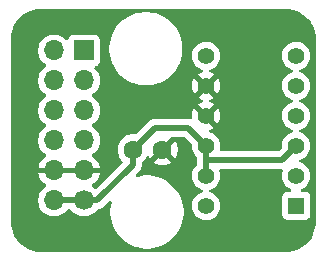
<source format=gbr>
%TF.GenerationSoftware,KiCad,Pcbnew,9.0.0*%
%TF.CreationDate,2025-09-30T20:54:45+02:00*%
%TF.ProjectId,hcms_pmod,68636d73-5f70-46d6-9f64-2e6b69636164,rev?*%
%TF.SameCoordinates,Original*%
%TF.FileFunction,Copper,L2,Bot*%
%TF.FilePolarity,Positive*%
%FSLAX46Y46*%
G04 Gerber Fmt 4.6, Leading zero omitted, Abs format (unit mm)*
G04 Created by KiCad (PCBNEW 9.0.0) date 2025-09-30 20:54:45*
%MOMM*%
%LPD*%
G01*
G04 APERTURE LIST*
%TA.AperFunction,ComponentPad*%
%ADD10R,1.700000X1.700000*%
%TD*%
%TA.AperFunction,ComponentPad*%
%ADD11O,1.700000X1.700000*%
%TD*%
%TA.AperFunction,ComponentPad*%
%ADD12C,1.700000*%
%TD*%
%TA.AperFunction,ComponentPad*%
%ADD13C,1.600000*%
%TD*%
%TA.AperFunction,ComponentPad*%
%ADD14R,1.397000X1.397000*%
%TD*%
%TA.AperFunction,ComponentPad*%
%ADD15C,1.397000*%
%TD*%
%TA.AperFunction,Conductor*%
%ADD16C,0.500000*%
%TD*%
G04 APERTURE END LIST*
D10*
%TO.P,J1,1,IO1*%
%TO.N,/CE*%
X118410000Y-101560000D03*
D11*
%TO.P,J1,2,IO2*%
%TO.N,/DATA_IN*%
X118410000Y-104100000D03*
%TO.P,J1,3,IO3*%
%TO.N,/RS*%
X118410000Y-106640000D03*
%TO.P,J1,4,IO4*%
%TO.N,/CLK*%
X118410000Y-109180000D03*
%TO.P,J1,5,GND*%
%TO.N,GND*%
X118410000Y-111720000D03*
D12*
%TO.P,J1,6,VCC*%
%TO.N,VCC*%
X118410000Y-114260000D03*
D11*
%TO.P,J1,7,IO5*%
%TO.N,/RESET*%
X115870000Y-101560000D03*
%TO.P,J1,8,IO6*%
%TO.N,unconnected-(J1-IO6-Pad8)*%
X115870000Y-104100000D03*
%TO.P,J1,9,IO7*%
%TO.N,unconnected-(J1-IO7-Pad9)*%
X115870000Y-106640000D03*
%TO.P,J1,10,IO8*%
%TO.N,unconnected-(J1-IO8-Pad10)*%
X115870000Y-109180000D03*
%TO.P,J1,11,GND*%
%TO.N,GND*%
X115870000Y-111720000D03*
%TO.P,J1,12,VCC*%
%TO.N,VCC*%
X115870000Y-114260000D03*
%TD*%
D13*
%TO.P,C1,1*%
%TO.N,VCC*%
X122550000Y-109950000D03*
%TO.P,C1,2*%
%TO.N,GND*%
X125050000Y-109950000D03*
%TD*%
D14*
%TO.P,U1,1,DATA_OUT*%
%TO.N,unconnected-(U1-DATA_OUT-Pad1)*%
X136370000Y-114720000D03*
D15*
%TO.P,U1,2,OSC*%
%TO.N,unconnected-(U1-OSC-Pad2)*%
X136370000Y-112180000D03*
%TO.P,U1,3,V_LED*%
%TO.N,VCC*%
X136370000Y-109640000D03*
%TO.P,U1,4,DATA_IN*%
%TO.N,/DATA_IN*%
X136370000Y-107100000D03*
%TO.P,U1,5,RS*%
%TO.N,/RS*%
X136370000Y-104560000D03*
%TO.P,U1,6,CLK*%
%TO.N,/CLK*%
X136370000Y-102020000D03*
%TO.P,U1,7,\u002ACE*%
%TO.N,/CE*%
X128750000Y-102020000D03*
%TO.P,U1,8,BLANK*%
%TO.N,GND*%
X128750000Y-104560000D03*
%TO.P,U1,9,GND*%
X128750000Y-107100000D03*
%TO.P,U1,10,SEL*%
%TO.N,VCC*%
X128750000Y-109640000D03*
%TO.P,U1,11,V_LOGIC*%
X128750000Y-112180000D03*
%TO.P,U1,12,\u002ARESET*%
%TO.N,/RESET*%
X128750000Y-114720000D03*
%TD*%
D16*
%TO.N,VCC*%
X118410000Y-114260000D02*
X119540000Y-114260000D01*
X119540000Y-114260000D02*
X122550000Y-111250000D01*
X122550000Y-111250000D02*
X122550000Y-109950000D01*
X124375000Y-108125000D02*
X127235000Y-108125000D01*
X122550000Y-109950000D02*
X124375000Y-108125000D01*
X128750000Y-110850000D02*
X135160000Y-110850000D01*
X128750000Y-110850000D02*
X128750000Y-112180000D01*
X115870000Y-114260000D02*
X118410000Y-114260000D01*
X127235000Y-108125000D02*
X128750000Y-109640000D01*
X128750000Y-109640000D02*
X128750000Y-110850000D01*
X135160000Y-110850000D02*
X136370000Y-109640000D01*
%TD*%
%TA.AperFunction,Conductor*%
%TO.N,GND*%
G36*
X117944075Y-111527007D02*
G01*
X117910000Y-111654174D01*
X117910000Y-111785826D01*
X117944075Y-111912993D01*
X117976988Y-111970000D01*
X116303012Y-111970000D01*
X116335925Y-111912993D01*
X116370000Y-111785826D01*
X116370000Y-111654174D01*
X116335925Y-111527007D01*
X116303012Y-111470000D01*
X117976988Y-111470000D01*
X117944075Y-111527007D01*
G37*
%TD.AperFunction*%
%TA.AperFunction,Conductor*%
G36*
X135601782Y-98060498D02*
G01*
X135612790Y-98060991D01*
X135877149Y-98084648D01*
X135892517Y-98086024D01*
X135907043Y-98088197D01*
X135998186Y-98107411D01*
X136182517Y-98146272D01*
X136196676Y-98150145D01*
X136463358Y-98240389D01*
X136476948Y-98245905D01*
X136682167Y-98343730D01*
X136731081Y-98367047D01*
X136743942Y-98374141D01*
X136981967Y-98524482D01*
X136993889Y-98533040D01*
X137212473Y-98710478D01*
X137223302Y-98720387D01*
X137394909Y-98897220D01*
X137419366Y-98922421D01*
X137428953Y-98933550D01*
X137599741Y-99157338D01*
X137607945Y-99169521D01*
X137751079Y-99411942D01*
X137757785Y-99425010D01*
X137871252Y-99682660D01*
X137876365Y-99696430D01*
X137958566Y-99965681D01*
X137962015Y-99979958D01*
X138011802Y-100257040D01*
X138013539Y-100271626D01*
X138030397Y-100555767D01*
X138030615Y-100563120D01*
X138029487Y-116206051D01*
X138028985Y-116217185D01*
X138027974Y-116228381D01*
X138026796Y-116231737D01*
X138021992Y-116294681D01*
X138021914Y-116295550D01*
X138021861Y-116295682D01*
X138021299Y-116301010D01*
X137983857Y-116578132D01*
X137981102Y-116592273D01*
X137912664Y-116859685D01*
X137908287Y-116873412D01*
X137809294Y-117131076D01*
X137803355Y-117144201D01*
X137675139Y-117388654D01*
X137667717Y-117401003D01*
X137512017Y-117628925D01*
X137503213Y-117640329D01*
X137322123Y-117848658D01*
X137312055Y-117858965D01*
X137108029Y-118044877D01*
X137096834Y-118053945D01*
X136872617Y-118214940D01*
X136860446Y-118222649D01*
X136619067Y-118356551D01*
X136606084Y-118362796D01*
X136350810Y-118467794D01*
X136337189Y-118472492D01*
X136071445Y-118547174D01*
X136057372Y-118550259D01*
X135784769Y-118593612D01*
X135770433Y-118595044D01*
X135490968Y-118606636D01*
X135487959Y-118606725D01*
X135485839Y-118606761D01*
X135421551Y-118605689D01*
X135412208Y-118608026D01*
X135398018Y-118608270D01*
X135397404Y-118608101D01*
X135395888Y-118608288D01*
X114763492Y-118608288D01*
X114756497Y-118608090D01*
X114725758Y-118606352D01*
X114481023Y-118592522D01*
X114467120Y-118590946D01*
X114198595Y-118545030D01*
X114184957Y-118541897D01*
X113923321Y-118466021D01*
X113910124Y-118461372D01*
X113658698Y-118356500D01*
X113646108Y-118350393D01*
X113625969Y-118339179D01*
X113408099Y-118217862D01*
X113396283Y-118210379D01*
X113174718Y-118051874D01*
X113163815Y-118043104D01*
X112961524Y-117860650D01*
X112951679Y-117850707D01*
X112771234Y-117646628D01*
X112762571Y-117635639D01*
X112606262Y-117412520D01*
X112598893Y-117400625D01*
X112468719Y-117161320D01*
X112462737Y-117148671D01*
X112416911Y-117035679D01*
X112360347Y-116896211D01*
X112355839Y-116882997D01*
X112282542Y-116620598D01*
X112279549Y-116606953D01*
X112236286Y-116337989D01*
X112234848Y-116324072D01*
X112221966Y-116047733D01*
X112221831Y-116041977D01*
X112221830Y-116041401D01*
X112222446Y-115979052D01*
X112221821Y-115976624D01*
X112221820Y-115966411D01*
X112221820Y-101833011D01*
X112222840Y-101828937D01*
X112221820Y-101767187D01*
X112221820Y-101705428D01*
X112221819Y-101705426D01*
X112221580Y-101703609D01*
X112220535Y-101689461D01*
X112218795Y-101584120D01*
X112216641Y-101453713D01*
X114519500Y-101453713D01*
X114519500Y-101666287D01*
X114525057Y-101701370D01*
X114545906Y-101833011D01*
X114552754Y-101876243D01*
X114570276Y-101930171D01*
X114618444Y-102078414D01*
X114714951Y-102267820D01*
X114839890Y-102439786D01*
X114990213Y-102590109D01*
X115162182Y-102715050D01*
X115170946Y-102719516D01*
X115221742Y-102767491D01*
X115238536Y-102835312D01*
X115215998Y-102901447D01*
X115170946Y-102940484D01*
X115162182Y-102944949D01*
X114990213Y-103069890D01*
X114839890Y-103220213D01*
X114714951Y-103392179D01*
X114618444Y-103581585D01*
X114552753Y-103783760D01*
X114519500Y-103993713D01*
X114519500Y-104206286D01*
X114549233Y-104394017D01*
X114552754Y-104416243D01*
X114599463Y-104559999D01*
X114618444Y-104618414D01*
X114714951Y-104807820D01*
X114839890Y-104979786D01*
X114990213Y-105130109D01*
X115162182Y-105255050D01*
X115170946Y-105259516D01*
X115221742Y-105307491D01*
X115238536Y-105375312D01*
X115215998Y-105441447D01*
X115170946Y-105480484D01*
X115162182Y-105484949D01*
X114990213Y-105609890D01*
X114839890Y-105760213D01*
X114714951Y-105932179D01*
X114618444Y-106121585D01*
X114552753Y-106323760D01*
X114519500Y-106533713D01*
X114519500Y-106746286D01*
X114548348Y-106928429D01*
X114552754Y-106956243D01*
X114599463Y-107099999D01*
X114618444Y-107158414D01*
X114714951Y-107347820D01*
X114839890Y-107519786D01*
X114990213Y-107670109D01*
X115162182Y-107795050D01*
X115170946Y-107799516D01*
X115221742Y-107847491D01*
X115238536Y-107915312D01*
X115215998Y-107981447D01*
X115170946Y-108020484D01*
X115162182Y-108024949D01*
X114990213Y-108149890D01*
X114839890Y-108300213D01*
X114714951Y-108472179D01*
X114618444Y-108661585D01*
X114552753Y-108863760D01*
X114519500Y-109073713D01*
X114519500Y-109286286D01*
X114547971Y-109466048D01*
X114552754Y-109496243D01*
X114601277Y-109645582D01*
X114618444Y-109698414D01*
X114714951Y-109887820D01*
X114839890Y-110059786D01*
X114990213Y-110210109D01*
X115162179Y-110335048D01*
X115162181Y-110335049D01*
X115162184Y-110335051D01*
X115171493Y-110339794D01*
X115222290Y-110387766D01*
X115239087Y-110455587D01*
X115216552Y-110521722D01*
X115171502Y-110560762D01*
X115162443Y-110565378D01*
X114990540Y-110690272D01*
X114990535Y-110690276D01*
X114840276Y-110840535D01*
X114840272Y-110840540D01*
X114715379Y-111012442D01*
X114618904Y-111201782D01*
X114553242Y-111403870D01*
X114553242Y-111403873D01*
X114542769Y-111470000D01*
X115436988Y-111470000D01*
X115404075Y-111527007D01*
X115370000Y-111654174D01*
X115370000Y-111785826D01*
X115404075Y-111912993D01*
X115436988Y-111970000D01*
X114542769Y-111970000D01*
X114553242Y-112036126D01*
X114553242Y-112036129D01*
X114618904Y-112238217D01*
X114715379Y-112427557D01*
X114840272Y-112599459D01*
X114840276Y-112599464D01*
X114990535Y-112749723D01*
X114990540Y-112749727D01*
X115162444Y-112874622D01*
X115171495Y-112879234D01*
X115222292Y-112927208D01*
X115239087Y-112995029D01*
X115216550Y-113061164D01*
X115171499Y-113100202D01*
X115162182Y-113104949D01*
X114990213Y-113229890D01*
X114839890Y-113380213D01*
X114714951Y-113552179D01*
X114618444Y-113741585D01*
X114618443Y-113741587D01*
X114618443Y-113741588D01*
X114597692Y-113805454D01*
X114552753Y-113943760D01*
X114535879Y-114050301D01*
X114519500Y-114153713D01*
X114519500Y-114366287D01*
X114552754Y-114576243D01*
X114598979Y-114718509D01*
X114618444Y-114778414D01*
X114714951Y-114967820D01*
X114839890Y-115139786D01*
X114990213Y-115290109D01*
X115162179Y-115415048D01*
X115162181Y-115415049D01*
X115162184Y-115415051D01*
X115351588Y-115511557D01*
X115553757Y-115577246D01*
X115763713Y-115610500D01*
X115763714Y-115610500D01*
X115976286Y-115610500D01*
X115976287Y-115610500D01*
X116186243Y-115577246D01*
X116388412Y-115511557D01*
X116577816Y-115415051D01*
X116669536Y-115348413D01*
X116749786Y-115290109D01*
X116749788Y-115290106D01*
X116749792Y-115290104D01*
X116900104Y-115139792D01*
X116954763Y-115064560D01*
X116956903Y-115061615D01*
X116961234Y-115058274D01*
X116963508Y-115053297D01*
X116988610Y-115037164D01*
X117012233Y-115018949D01*
X117018904Y-115017696D01*
X117022286Y-115015523D01*
X117057221Y-115010500D01*
X117222779Y-115010500D01*
X117289818Y-115030185D01*
X117323097Y-115061615D01*
X117379892Y-115139788D01*
X117530213Y-115290109D01*
X117702179Y-115415048D01*
X117702181Y-115415049D01*
X117702184Y-115415051D01*
X117891588Y-115511557D01*
X118093757Y-115577246D01*
X118303713Y-115610500D01*
X118303714Y-115610500D01*
X118516286Y-115610500D01*
X118516287Y-115610500D01*
X118726243Y-115577246D01*
X118928412Y-115511557D01*
X119117816Y-115415051D01*
X119209536Y-115348413D01*
X119289786Y-115290109D01*
X119289788Y-115290106D01*
X119289792Y-115290104D01*
X119440104Y-115139792D01*
X119494763Y-115064560D01*
X119496903Y-115061615D01*
X119552233Y-115018949D01*
X119597221Y-115010500D01*
X119613920Y-115010500D01*
X119711462Y-114991096D01*
X119758913Y-114981658D01*
X119895495Y-114925084D01*
X119944729Y-114892186D01*
X120018416Y-114842952D01*
X120532554Y-114328812D01*
X120593877Y-114295328D01*
X120663568Y-114300312D01*
X120719502Y-114342183D01*
X120743919Y-114407648D01*
X120741126Y-114444086D01*
X120678491Y-114718505D01*
X120678489Y-114718521D01*
X120639500Y-115064555D01*
X120639500Y-115412804D01*
X120678489Y-115758838D01*
X120678491Y-115758850D01*
X120755982Y-116098364D01*
X120755985Y-116098372D01*
X120870999Y-116427062D01*
X121022092Y-116740810D01*
X121207371Y-117035679D01*
X121207372Y-117035681D01*
X121424487Y-117307936D01*
X121670743Y-117554192D01*
X121942998Y-117771307D01*
X121943001Y-117771308D01*
X121943003Y-117771310D01*
X122237867Y-117956586D01*
X122551621Y-118107682D01*
X122739116Y-118173289D01*
X122880307Y-118222694D01*
X122880315Y-118222697D01*
X122880318Y-118222697D01*
X122880319Y-118222698D01*
X123219829Y-118300189D01*
X123565876Y-118339179D01*
X123565877Y-118339180D01*
X123565880Y-118339180D01*
X123914123Y-118339180D01*
X123914123Y-118339179D01*
X124260171Y-118300189D01*
X124599681Y-118222698D01*
X124928379Y-118107682D01*
X125242133Y-117956586D01*
X125536997Y-117771310D01*
X125707124Y-117635639D01*
X125809256Y-117554192D01*
X125809258Y-117554189D01*
X125809263Y-117554186D01*
X126055506Y-117307943D01*
X126112359Y-117236652D01*
X126272627Y-117035681D01*
X126272628Y-117035679D01*
X126272630Y-117035677D01*
X126457906Y-116740813D01*
X126609002Y-116427059D01*
X126724018Y-116098361D01*
X126801509Y-115758851D01*
X126840500Y-115412800D01*
X126840500Y-115064560D01*
X126801509Y-114718509D01*
X126724018Y-114378999D01*
X126609002Y-114050301D01*
X126457906Y-113736547D01*
X126272630Y-113441683D01*
X126272628Y-113441680D01*
X126272627Y-113441678D01*
X126055512Y-113169423D01*
X125809256Y-112923167D01*
X125537001Y-112706052D01*
X125536999Y-112706051D01*
X125242130Y-112520772D01*
X124928382Y-112369679D01*
X124599692Y-112254665D01*
X124599684Y-112254662D01*
X124334929Y-112194234D01*
X124260171Y-112177171D01*
X124260167Y-112177170D01*
X124260158Y-112177169D01*
X123914124Y-112138180D01*
X123914120Y-112138180D01*
X123565880Y-112138180D01*
X123565875Y-112138180D01*
X123219841Y-112177169D01*
X123219825Y-112177171D01*
X122945406Y-112239806D01*
X122875668Y-112235533D01*
X122819310Y-112194234D01*
X122794227Y-112129022D01*
X122808381Y-112060601D01*
X122830131Y-112031236D01*
X123132952Y-111728416D01*
X123182186Y-111654729D01*
X123215084Y-111605495D01*
X123271658Y-111468913D01*
X123300500Y-111323918D01*
X123300500Y-111075416D01*
X123300522Y-111075338D01*
X123300500Y-111075261D01*
X123310382Y-111041760D01*
X123320185Y-111008377D01*
X123320253Y-111008297D01*
X123320269Y-111008246D01*
X123320628Y-111007865D01*
X123343415Y-110981602D01*
X123347376Y-110978177D01*
X123397219Y-110941966D01*
X123541966Y-110797219D01*
X123541968Y-110797215D01*
X123541971Y-110797213D01*
X123662286Y-110631611D01*
X123662415Y-110631359D01*
X123689795Y-110577621D01*
X123737769Y-110526826D01*
X123805589Y-110510030D01*
X123871725Y-110532567D01*
X123910765Y-110577621D01*
X123938141Y-110631350D01*
X123938147Y-110631359D01*
X123970523Y-110675921D01*
X123970524Y-110675922D01*
X124650000Y-109996446D01*
X124650000Y-110002661D01*
X124677259Y-110104394D01*
X124729920Y-110195606D01*
X124804394Y-110270080D01*
X124895606Y-110322741D01*
X124997339Y-110350000D01*
X125003553Y-110350000D01*
X124324076Y-111029474D01*
X124368650Y-111061859D01*
X124550968Y-111154755D01*
X124745582Y-111217990D01*
X124947683Y-111250000D01*
X125152317Y-111250000D01*
X125354417Y-111217990D01*
X125549031Y-111154755D01*
X125731349Y-111061859D01*
X125775921Y-111029474D01*
X125096447Y-110350000D01*
X125102661Y-110350000D01*
X125204394Y-110322741D01*
X125295606Y-110270080D01*
X125370080Y-110195606D01*
X125422741Y-110104394D01*
X125450000Y-110002661D01*
X125450000Y-109996447D01*
X126129474Y-110675921D01*
X126161859Y-110631349D01*
X126254755Y-110449031D01*
X126317990Y-110254417D01*
X126350000Y-110052317D01*
X126350000Y-109847682D01*
X126317990Y-109645582D01*
X126254755Y-109450968D01*
X126161859Y-109268650D01*
X126129474Y-109224077D01*
X126129474Y-109224076D01*
X125450000Y-109903551D01*
X125450000Y-109897339D01*
X125422741Y-109795606D01*
X125370080Y-109704394D01*
X125295606Y-109629920D01*
X125204394Y-109577259D01*
X125102661Y-109550000D01*
X125096446Y-109550000D01*
X125734628Y-108911819D01*
X125795951Y-108878334D01*
X125822309Y-108875500D01*
X126872770Y-108875500D01*
X126939809Y-108895185D01*
X126960451Y-108911819D01*
X127514681Y-109466048D01*
X127548166Y-109527371D01*
X127551000Y-109553729D01*
X127551000Y-109734368D01*
X127576812Y-109897339D01*
X127580523Y-109920767D01*
X127638843Y-110100256D01*
X127724523Y-110268413D01*
X127835454Y-110421096D01*
X127835456Y-110421098D01*
X127963181Y-110548823D01*
X127996666Y-110610146D01*
X127999500Y-110636504D01*
X127999500Y-111183495D01*
X127979815Y-111250534D01*
X127963182Y-111271176D01*
X127835453Y-111398905D01*
X127724523Y-111551586D01*
X127638844Y-111719741D01*
X127580522Y-111899236D01*
X127551000Y-112085631D01*
X127551000Y-112274368D01*
X127573742Y-112417954D01*
X127580523Y-112460767D01*
X127638843Y-112640256D01*
X127724523Y-112808413D01*
X127835454Y-112961096D01*
X127968904Y-113094546D01*
X128121587Y-113205477D01*
X128289744Y-113291157D01*
X128415658Y-113332069D01*
X128473334Y-113371507D01*
X128500532Y-113435865D01*
X128488617Y-113504712D01*
X128441373Y-113556187D01*
X128415660Y-113567930D01*
X128289744Y-113608843D01*
X128289741Y-113608844D01*
X128121586Y-113694523D01*
X128063746Y-113736547D01*
X127968904Y-113805454D01*
X127968902Y-113805456D01*
X127968901Y-113805456D01*
X127835456Y-113938901D01*
X127835456Y-113938902D01*
X127835454Y-113938904D01*
X127787813Y-114004475D01*
X127724523Y-114091586D01*
X127638844Y-114259741D01*
X127580522Y-114439236D01*
X127551000Y-114625631D01*
X127551000Y-114814368D01*
X127580522Y-115000763D01*
X127580523Y-115000767D01*
X127638843Y-115180256D01*
X127724523Y-115348413D01*
X127835454Y-115501096D01*
X127968904Y-115634546D01*
X128121587Y-115745477D01*
X128289744Y-115831157D01*
X128469233Y-115889477D01*
X128539134Y-115900548D01*
X128655632Y-115919000D01*
X128655637Y-115919000D01*
X128844368Y-115919000D01*
X128947920Y-115902598D01*
X129030767Y-115889477D01*
X129210256Y-115831157D01*
X129378413Y-115745477D01*
X129531096Y-115634546D01*
X129664546Y-115501096D01*
X129775477Y-115348413D01*
X129861157Y-115180256D01*
X129919477Y-115000767D01*
X129944472Y-114842954D01*
X129949000Y-114814368D01*
X129949000Y-114625631D01*
X129929318Y-114501367D01*
X129919477Y-114439233D01*
X129861157Y-114259744D01*
X129775477Y-114091587D01*
X129664546Y-113938904D01*
X129531096Y-113805454D01*
X129378413Y-113694523D01*
X129210256Y-113608843D01*
X129084339Y-113567929D01*
X129026665Y-113528494D01*
X128999467Y-113464135D01*
X129011382Y-113395289D01*
X129058626Y-113343813D01*
X129084336Y-113332071D01*
X129210256Y-113291157D01*
X129378413Y-113205477D01*
X129531096Y-113094546D01*
X129664546Y-112961096D01*
X129775477Y-112808413D01*
X129861157Y-112640256D01*
X129919477Y-112460767D01*
X129934303Y-112367157D01*
X129949000Y-112274368D01*
X129949000Y-112085631D01*
X129921656Y-111912993D01*
X129919477Y-111899233D01*
X129875151Y-111762815D01*
X129873157Y-111692977D01*
X129909237Y-111633144D01*
X129971938Y-111602316D01*
X129993083Y-111600500D01*
X135126917Y-111600500D01*
X135193956Y-111620185D01*
X135239711Y-111672989D01*
X135249655Y-111742147D01*
X135244850Y-111762807D01*
X135200523Y-111899233D01*
X135200522Y-111899236D01*
X135200522Y-111899238D01*
X135171000Y-112085631D01*
X135171000Y-112274368D01*
X135193742Y-112417954D01*
X135200523Y-112460767D01*
X135258843Y-112640256D01*
X135344523Y-112808413D01*
X135455454Y-112961096D01*
X135588904Y-113094546D01*
X135741587Y-113205477D01*
X135897996Y-113285171D01*
X135900634Y-113286515D01*
X135951430Y-113334489D01*
X135968225Y-113402310D01*
X135945688Y-113468445D01*
X135890973Y-113511897D01*
X135844340Y-113521000D01*
X135623630Y-113521000D01*
X135623623Y-113521001D01*
X135564016Y-113527408D01*
X135429171Y-113577702D01*
X135429164Y-113577706D01*
X135313955Y-113663952D01*
X135313952Y-113663955D01*
X135227706Y-113779164D01*
X135227702Y-113779171D01*
X135177408Y-113914017D01*
X135174733Y-113938902D01*
X135171001Y-113973623D01*
X135171000Y-113973635D01*
X135171000Y-115466370D01*
X135171001Y-115466376D01*
X135177408Y-115525983D01*
X135227702Y-115660828D01*
X135227706Y-115660835D01*
X135313952Y-115776044D01*
X135313955Y-115776047D01*
X135429164Y-115862293D01*
X135429171Y-115862297D01*
X135564017Y-115912591D01*
X135564016Y-115912591D01*
X135570944Y-115913335D01*
X135623627Y-115919000D01*
X137116372Y-115918999D01*
X137175983Y-115912591D01*
X137310831Y-115862296D01*
X137426046Y-115776046D01*
X137512296Y-115660831D01*
X137562591Y-115525983D01*
X137569000Y-115466373D01*
X137568999Y-113973628D01*
X137562591Y-113914017D01*
X137522100Y-113805456D01*
X137512297Y-113779171D01*
X137512293Y-113779164D01*
X137426047Y-113663955D01*
X137426044Y-113663952D01*
X137310835Y-113577706D01*
X137310828Y-113577702D01*
X137175982Y-113527408D01*
X137175983Y-113527408D01*
X137116383Y-113521001D01*
X137116381Y-113521000D01*
X137116373Y-113521000D01*
X137116365Y-113521000D01*
X136895661Y-113521000D01*
X136828622Y-113501315D01*
X136782867Y-113448511D01*
X136772923Y-113379353D01*
X136801948Y-113315797D01*
X136839366Y-113286515D01*
X136842004Y-113285171D01*
X136998413Y-113205477D01*
X137151096Y-113094546D01*
X137284546Y-112961096D01*
X137395477Y-112808413D01*
X137481157Y-112640256D01*
X137539477Y-112460767D01*
X137554303Y-112367157D01*
X137569000Y-112274368D01*
X137569000Y-112085631D01*
X137541656Y-111912993D01*
X137539477Y-111899233D01*
X137481157Y-111719744D01*
X137395477Y-111551587D01*
X137284546Y-111398904D01*
X137151096Y-111265454D01*
X136998413Y-111154523D01*
X136830256Y-111068843D01*
X136704339Y-111027929D01*
X136646665Y-110988494D01*
X136619467Y-110924135D01*
X136631382Y-110855289D01*
X136678626Y-110803813D01*
X136704336Y-110792071D01*
X136830256Y-110751157D01*
X136998413Y-110665477D01*
X137151096Y-110554546D01*
X137284546Y-110421096D01*
X137395477Y-110268413D01*
X137481157Y-110100256D01*
X137539477Y-109920767D01*
X137552598Y-109837920D01*
X137569000Y-109734368D01*
X137569000Y-109545631D01*
X137539477Y-109359236D01*
X137539477Y-109359233D01*
X137481157Y-109179744D01*
X137395477Y-109011587D01*
X137284546Y-108858904D01*
X137151096Y-108725454D01*
X136998413Y-108614523D01*
X136830256Y-108528843D01*
X136704339Y-108487929D01*
X136646665Y-108448494D01*
X136619467Y-108384135D01*
X136631382Y-108315289D01*
X136678626Y-108263813D01*
X136704336Y-108252071D01*
X136830256Y-108211157D01*
X136998413Y-108125477D01*
X137151096Y-108014546D01*
X137284546Y-107881096D01*
X137395477Y-107728413D01*
X137481157Y-107560256D01*
X137539477Y-107380767D01*
X137552598Y-107297920D01*
X137569000Y-107194368D01*
X137569000Y-107005631D01*
X137539477Y-106819236D01*
X137539477Y-106819233D01*
X137481157Y-106639744D01*
X137395477Y-106471587D01*
X137284546Y-106318904D01*
X137151096Y-106185454D01*
X136998413Y-106074523D01*
X136830256Y-105988843D01*
X136704339Y-105947929D01*
X136646665Y-105908494D01*
X136619467Y-105844135D01*
X136631382Y-105775289D01*
X136678626Y-105723813D01*
X136704336Y-105712071D01*
X136830256Y-105671157D01*
X136998413Y-105585477D01*
X137151096Y-105474546D01*
X137284546Y-105341096D01*
X137395477Y-105188413D01*
X137481157Y-105020256D01*
X137539477Y-104840767D01*
X137552598Y-104757920D01*
X137569000Y-104654368D01*
X137569000Y-104465631D01*
X137539477Y-104279236D01*
X137539477Y-104279233D01*
X137481157Y-104099744D01*
X137395477Y-103931587D01*
X137284546Y-103778904D01*
X137151096Y-103645454D01*
X136998413Y-103534523D01*
X136830256Y-103448843D01*
X136704339Y-103407929D01*
X136646665Y-103368494D01*
X136619467Y-103304135D01*
X136631382Y-103235289D01*
X136678626Y-103183813D01*
X136704336Y-103172071D01*
X136830256Y-103131157D01*
X136998413Y-103045477D01*
X137151096Y-102934546D01*
X137284546Y-102801096D01*
X137395477Y-102648413D01*
X137481157Y-102480256D01*
X137539477Y-102300767D01*
X137555404Y-102200204D01*
X137569000Y-102114368D01*
X137569000Y-101925631D01*
X137539477Y-101739236D01*
X137539477Y-101739233D01*
X137481157Y-101559744D01*
X137395477Y-101391587D01*
X137284546Y-101238904D01*
X137151096Y-101105454D01*
X136998413Y-100994523D01*
X136830256Y-100908843D01*
X136650767Y-100850523D01*
X136650765Y-100850522D01*
X136650763Y-100850522D01*
X136464368Y-100821000D01*
X136464363Y-100821000D01*
X136275637Y-100821000D01*
X136275632Y-100821000D01*
X136089236Y-100850522D01*
X135909741Y-100908844D01*
X135741586Y-100994523D01*
X135676812Y-101041585D01*
X135588904Y-101105454D01*
X135588902Y-101105456D01*
X135588901Y-101105456D01*
X135455456Y-101238901D01*
X135455456Y-101238902D01*
X135455454Y-101238904D01*
X135451926Y-101243760D01*
X135344523Y-101391586D01*
X135258844Y-101559741D01*
X135200522Y-101739236D01*
X135171000Y-101925631D01*
X135171000Y-102114368D01*
X135195600Y-102269684D01*
X135200523Y-102300767D01*
X135258843Y-102480256D01*
X135344523Y-102648413D01*
X135455454Y-102801096D01*
X135588904Y-102934546D01*
X135741587Y-103045477D01*
X135909744Y-103131157D01*
X136035658Y-103172069D01*
X136093334Y-103211507D01*
X136120532Y-103275865D01*
X136108617Y-103344712D01*
X136061373Y-103396187D01*
X136035660Y-103407930D01*
X135918500Y-103445998D01*
X135909741Y-103448844D01*
X135741586Y-103534523D01*
X135676812Y-103581585D01*
X135588904Y-103645454D01*
X135588902Y-103645456D01*
X135588901Y-103645456D01*
X135455456Y-103778901D01*
X135455456Y-103778902D01*
X135455454Y-103778904D01*
X135451926Y-103783760D01*
X135344523Y-103931586D01*
X135258844Y-104099741D01*
X135200522Y-104279236D01*
X135171000Y-104465631D01*
X135171000Y-104654368D01*
X135200504Y-104840650D01*
X135200523Y-104840767D01*
X135258843Y-105020256D01*
X135344523Y-105188413D01*
X135455454Y-105341096D01*
X135588904Y-105474546D01*
X135741587Y-105585477D01*
X135909744Y-105671157D01*
X136035658Y-105712069D01*
X136093334Y-105751507D01*
X136120532Y-105815865D01*
X136108617Y-105884712D01*
X136061373Y-105936187D01*
X136035660Y-105947930D01*
X135918500Y-105985998D01*
X135909741Y-105988844D01*
X135741586Y-106074523D01*
X135676812Y-106121585D01*
X135588904Y-106185454D01*
X135588902Y-106185456D01*
X135588901Y-106185456D01*
X135455456Y-106318901D01*
X135455456Y-106318902D01*
X135455454Y-106318904D01*
X135451926Y-106323760D01*
X135344523Y-106471586D01*
X135258844Y-106639741D01*
X135200522Y-106819236D01*
X135171000Y-107005631D01*
X135171000Y-107194368D01*
X135200439Y-107380236D01*
X135200523Y-107380767D01*
X135258843Y-107560256D01*
X135344523Y-107728413D01*
X135455454Y-107881096D01*
X135588904Y-108014546D01*
X135741587Y-108125477D01*
X135909744Y-108211157D01*
X136035658Y-108252069D01*
X136093334Y-108291507D01*
X136120532Y-108355865D01*
X136108617Y-108424712D01*
X136061373Y-108476187D01*
X136035660Y-108487930D01*
X135918500Y-108525998D01*
X135909741Y-108528844D01*
X135741586Y-108614523D01*
X135676812Y-108661585D01*
X135588904Y-108725454D01*
X135588902Y-108725456D01*
X135588901Y-108725456D01*
X135455456Y-108858901D01*
X135455456Y-108858902D01*
X135455454Y-108858904D01*
X135429094Y-108895185D01*
X135344523Y-109011586D01*
X135258844Y-109179741D01*
X135200522Y-109359236D01*
X135171000Y-109545631D01*
X135171000Y-109726270D01*
X135151315Y-109793309D01*
X135134681Y-109813951D01*
X134885451Y-110063181D01*
X134824128Y-110096666D01*
X134797770Y-110099500D01*
X130032075Y-110099500D01*
X129965036Y-110079815D01*
X129919281Y-110027011D01*
X129909337Y-109957853D01*
X129914144Y-109937181D01*
X129919477Y-109920767D01*
X129949000Y-109734368D01*
X129949000Y-109545631D01*
X129919477Y-109359236D01*
X129919477Y-109359233D01*
X129861157Y-109179744D01*
X129775477Y-109011587D01*
X129664546Y-108858904D01*
X129531096Y-108725454D01*
X129378413Y-108614523D01*
X129210260Y-108528844D01*
X129160825Y-108512781D01*
X129083530Y-108487667D01*
X129025857Y-108448230D01*
X128998659Y-108383871D01*
X129010574Y-108315025D01*
X129057818Y-108263549D01*
X129083534Y-108251806D01*
X129210058Y-108210696D01*
X129210064Y-108210694D01*
X129378151Y-108125048D01*
X129403255Y-108106808D01*
X129403256Y-108106808D01*
X128834094Y-107537647D01*
X128921571Y-107514208D01*
X129022930Y-107455689D01*
X129105689Y-107372930D01*
X129164208Y-107271571D01*
X129187647Y-107184094D01*
X129756808Y-107753256D01*
X129756808Y-107753255D01*
X129775048Y-107728151D01*
X129860694Y-107560064D01*
X129860695Y-107560061D01*
X129918988Y-107380650D01*
X129948500Y-107194323D01*
X129948500Y-107005676D01*
X129918988Y-106819349D01*
X129860695Y-106639938D01*
X129860694Y-106639935D01*
X129775046Y-106471844D01*
X129756809Y-106446743D01*
X129756808Y-106446743D01*
X129187647Y-107015904D01*
X129164208Y-106928429D01*
X129105689Y-106827070D01*
X129022930Y-106744311D01*
X128921571Y-106685792D01*
X128834094Y-106662352D01*
X129403255Y-106093190D01*
X129403255Y-106093189D01*
X129378153Y-106074952D01*
X129210063Y-105989305D01*
X129210061Y-105989304D01*
X129082724Y-105947931D01*
X129025049Y-105908494D01*
X128997850Y-105844135D01*
X129009764Y-105775289D01*
X129057008Y-105723813D01*
X129082724Y-105712069D01*
X129210061Y-105670695D01*
X129210064Y-105670694D01*
X129378151Y-105585048D01*
X129403255Y-105566808D01*
X129403256Y-105566808D01*
X128834095Y-104997647D01*
X128921571Y-104974208D01*
X129022930Y-104915689D01*
X129105689Y-104832930D01*
X129164208Y-104731571D01*
X129187647Y-104644094D01*
X129756808Y-105213256D01*
X129756808Y-105213255D01*
X129775048Y-105188151D01*
X129860694Y-105020064D01*
X129860695Y-105020061D01*
X129918988Y-104840650D01*
X129948500Y-104654323D01*
X129948500Y-104465676D01*
X129918988Y-104279349D01*
X129860695Y-104099938D01*
X129860694Y-104099935D01*
X129775046Y-103931844D01*
X129756809Y-103906743D01*
X129756808Y-103906743D01*
X129187647Y-104475904D01*
X129164208Y-104388429D01*
X129105689Y-104287070D01*
X129022930Y-104204311D01*
X128921571Y-104145792D01*
X128834094Y-104122352D01*
X129403255Y-103553190D01*
X129403255Y-103553189D01*
X129378153Y-103534952D01*
X129210063Y-103449305D01*
X129210061Y-103449304D01*
X129083533Y-103408193D01*
X129025857Y-103368755D01*
X128998659Y-103304397D01*
X129010574Y-103235550D01*
X129057818Y-103184075D01*
X129083524Y-103172334D01*
X129210256Y-103131157D01*
X129378413Y-103045477D01*
X129531096Y-102934546D01*
X129664546Y-102801096D01*
X129775477Y-102648413D01*
X129861157Y-102480256D01*
X129919477Y-102300767D01*
X129935404Y-102200204D01*
X129949000Y-102114368D01*
X129949000Y-101925631D01*
X129919477Y-101739236D01*
X129919477Y-101739233D01*
X129861157Y-101559744D01*
X129775477Y-101391587D01*
X129664546Y-101238904D01*
X129531096Y-101105454D01*
X129378413Y-100994523D01*
X129210256Y-100908843D01*
X129030767Y-100850523D01*
X129030765Y-100850522D01*
X129030763Y-100850522D01*
X128844368Y-100821000D01*
X128844363Y-100821000D01*
X128655637Y-100821000D01*
X128655632Y-100821000D01*
X128469236Y-100850522D01*
X128289741Y-100908844D01*
X128121586Y-100994523D01*
X128056812Y-101041585D01*
X127968904Y-101105454D01*
X127968902Y-101105456D01*
X127968901Y-101105456D01*
X127835456Y-101238901D01*
X127835456Y-101238902D01*
X127835454Y-101238904D01*
X127831926Y-101243760D01*
X127724523Y-101391586D01*
X127638844Y-101559741D01*
X127580522Y-101739236D01*
X127551000Y-101925631D01*
X127551000Y-102114368D01*
X127575600Y-102269684D01*
X127580523Y-102300767D01*
X127638843Y-102480256D01*
X127724523Y-102648413D01*
X127835454Y-102801096D01*
X127968904Y-102934546D01*
X128121587Y-103045477D01*
X128289744Y-103131157D01*
X128416468Y-103172332D01*
X128474141Y-103211768D01*
X128501340Y-103276127D01*
X128489425Y-103344973D01*
X128442181Y-103396449D01*
X128416467Y-103408193D01*
X128289935Y-103449306D01*
X128121844Y-103534953D01*
X128121839Y-103534957D01*
X128096743Y-103553188D01*
X128096743Y-103553191D01*
X128665906Y-104122352D01*
X128578429Y-104145792D01*
X128477070Y-104204311D01*
X128394311Y-104287070D01*
X128335792Y-104388429D01*
X128312352Y-104475905D01*
X127743191Y-103906743D01*
X127743188Y-103906743D01*
X127724957Y-103931839D01*
X127724953Y-103931844D01*
X127639305Y-104099936D01*
X127639304Y-104099938D01*
X127581011Y-104279349D01*
X127551500Y-104465676D01*
X127551500Y-104654323D01*
X127581011Y-104840650D01*
X127639304Y-105020061D01*
X127639305Y-105020063D01*
X127724952Y-105188153D01*
X127743189Y-105213255D01*
X127743190Y-105213255D01*
X128312352Y-104644093D01*
X128335792Y-104731571D01*
X128394311Y-104832930D01*
X128477070Y-104915689D01*
X128578429Y-104974208D01*
X128665905Y-104997647D01*
X128096743Y-105566808D01*
X128096743Y-105566809D01*
X128121844Y-105585046D01*
X128289935Y-105670694D01*
X128289938Y-105670695D01*
X128417275Y-105712069D01*
X128474950Y-105751506D01*
X128502149Y-105815865D01*
X128490235Y-105884711D01*
X128442991Y-105936187D01*
X128417275Y-105947931D01*
X128289938Y-105989304D01*
X128289936Y-105989305D01*
X128121844Y-106074953D01*
X128121839Y-106074957D01*
X128096743Y-106093188D01*
X128096743Y-106093191D01*
X128665906Y-106662352D01*
X128578429Y-106685792D01*
X128477070Y-106744311D01*
X128394311Y-106827070D01*
X128335792Y-106928429D01*
X128312352Y-107015906D01*
X127743191Y-106446743D01*
X127743188Y-106446743D01*
X127724957Y-106471839D01*
X127724953Y-106471844D01*
X127639305Y-106639936D01*
X127639304Y-106639938D01*
X127581011Y-106819349D01*
X127551500Y-107005676D01*
X127551500Y-107194324D01*
X127551499Y-107194324D01*
X127561024Y-107254459D01*
X127552069Y-107323752D01*
X127507073Y-107377204D01*
X127440321Y-107397843D01*
X127414360Y-107395473D01*
X127308922Y-107374500D01*
X127308918Y-107374500D01*
X124301082Y-107374500D01*
X124301076Y-107374500D01*
X124272242Y-107380234D01*
X124272243Y-107380235D01*
X124156093Y-107403339D01*
X124156083Y-107403342D01*
X124076081Y-107436479D01*
X124076082Y-107436480D01*
X124019502Y-107459917D01*
X123970269Y-107492813D01*
X123896588Y-107542044D01*
X123896580Y-107542050D01*
X122815104Y-108623526D01*
X122753781Y-108657011D01*
X122708025Y-108658318D01*
X122652352Y-108649500D01*
X122447648Y-108649500D01*
X122423329Y-108653351D01*
X122245465Y-108681522D01*
X122050776Y-108744781D01*
X121868386Y-108837715D01*
X121702786Y-108958028D01*
X121558028Y-109102786D01*
X121437715Y-109268386D01*
X121344781Y-109450776D01*
X121281522Y-109645465D01*
X121255231Y-109811463D01*
X121249500Y-109847648D01*
X121249500Y-110052352D01*
X121251215Y-110063181D01*
X121281522Y-110254534D01*
X121344781Y-110449223D01*
X121403966Y-110565378D01*
X121437585Y-110631359D01*
X121437715Y-110631613D01*
X121558028Y-110797213D01*
X121662042Y-110901227D01*
X121695527Y-110962550D01*
X121690543Y-111032242D01*
X121662042Y-111076589D01*
X119486944Y-113251686D01*
X119425621Y-113285171D01*
X119355929Y-113280187D01*
X119311582Y-113251686D01*
X119289786Y-113229890D01*
X119117817Y-113104949D01*
X119108504Y-113100204D01*
X119057707Y-113052230D01*
X119040912Y-112984409D01*
X119063449Y-112918274D01*
X119108507Y-112879232D01*
X119117558Y-112874620D01*
X119289459Y-112749727D01*
X119289464Y-112749723D01*
X119439723Y-112599464D01*
X119439727Y-112599459D01*
X119564620Y-112427557D01*
X119661095Y-112238217D01*
X119726757Y-112036129D01*
X119726757Y-112036126D01*
X119737231Y-111970000D01*
X118843012Y-111970000D01*
X118875925Y-111912993D01*
X118910000Y-111785826D01*
X118910000Y-111654174D01*
X118875925Y-111527007D01*
X118843012Y-111470000D01*
X119737231Y-111470000D01*
X119726757Y-111403873D01*
X119726757Y-111403870D01*
X119661095Y-111201782D01*
X119564620Y-111012442D01*
X119439727Y-110840540D01*
X119439723Y-110840535D01*
X119289464Y-110690276D01*
X119289459Y-110690272D01*
X119117555Y-110565377D01*
X119108500Y-110560763D01*
X119057706Y-110512788D01*
X119040912Y-110444966D01*
X119063451Y-110378832D01*
X119108508Y-110339793D01*
X119117816Y-110335051D01*
X119228800Y-110254417D01*
X119289786Y-110210109D01*
X119289788Y-110210106D01*
X119289792Y-110210104D01*
X119440104Y-110059792D01*
X119440106Y-110059788D01*
X119440109Y-110059786D01*
X119565048Y-109887820D01*
X119565047Y-109887820D01*
X119565051Y-109887816D01*
X119661557Y-109698412D01*
X119727246Y-109496243D01*
X119760500Y-109286287D01*
X119760500Y-109073713D01*
X119727246Y-108863757D01*
X119661557Y-108661588D01*
X119565051Y-108472184D01*
X119565049Y-108472181D01*
X119565048Y-108472179D01*
X119440109Y-108300213D01*
X119289786Y-108149890D01*
X119117820Y-108024951D01*
X119117115Y-108024591D01*
X119109054Y-108020485D01*
X119058259Y-107972512D01*
X119041463Y-107904692D01*
X119063999Y-107838556D01*
X119109054Y-107799515D01*
X119117816Y-107795051D01*
X119209897Y-107728151D01*
X119289786Y-107670109D01*
X119289788Y-107670106D01*
X119289792Y-107670104D01*
X119440104Y-107519792D01*
X119440106Y-107519788D01*
X119440109Y-107519786D01*
X119565048Y-107347820D01*
X119565047Y-107347820D01*
X119565051Y-107347816D01*
X119661557Y-107158412D01*
X119727246Y-106956243D01*
X119760500Y-106746287D01*
X119760500Y-106533713D01*
X119727246Y-106323757D01*
X119661557Y-106121588D01*
X119565051Y-105932184D01*
X119565049Y-105932181D01*
X119565048Y-105932179D01*
X119440109Y-105760213D01*
X119289786Y-105609890D01*
X119117820Y-105484951D01*
X119117115Y-105484591D01*
X119109054Y-105480485D01*
X119058259Y-105432512D01*
X119041463Y-105364692D01*
X119063999Y-105298556D01*
X119109054Y-105259515D01*
X119117816Y-105255051D01*
X119209897Y-105188151D01*
X119289786Y-105130109D01*
X119289788Y-105130106D01*
X119289792Y-105130104D01*
X119440104Y-104979792D01*
X119440106Y-104979788D01*
X119440109Y-104979786D01*
X119565048Y-104807820D01*
X119565047Y-104807820D01*
X119565051Y-104807816D01*
X119661557Y-104618412D01*
X119727246Y-104416243D01*
X119760500Y-104206287D01*
X119760500Y-103993713D01*
X119727246Y-103783757D01*
X119661557Y-103581588D01*
X119565051Y-103392184D01*
X119565049Y-103392181D01*
X119565048Y-103392179D01*
X119440109Y-103220213D01*
X119326569Y-103106673D01*
X119293084Y-103045350D01*
X119298068Y-102975658D01*
X119339940Y-102919725D01*
X119370915Y-102902810D01*
X119502331Y-102853796D01*
X119617546Y-102767546D01*
X119703796Y-102652331D01*
X119754091Y-102517483D01*
X119760500Y-102457873D01*
X119760499Y-101235875D01*
X120534500Y-101235875D01*
X120534500Y-101584124D01*
X120573489Y-101930158D01*
X120573491Y-101930170D01*
X120650982Y-102269684D01*
X120650985Y-102269692D01*
X120765999Y-102598382D01*
X120917092Y-102912130D01*
X121102371Y-103206999D01*
X121102372Y-103207001D01*
X121319487Y-103479256D01*
X121565743Y-103725512D01*
X121837998Y-103942627D01*
X121838001Y-103942628D01*
X121838003Y-103942630D01*
X122132867Y-104127906D01*
X122446621Y-104279002D01*
X122631698Y-104343763D01*
X122775307Y-104394014D01*
X122775315Y-104394017D01*
X122775318Y-104394017D01*
X122775319Y-104394018D01*
X123114829Y-104471509D01*
X123460876Y-104510499D01*
X123460877Y-104510500D01*
X123460880Y-104510500D01*
X123809123Y-104510500D01*
X123809123Y-104510499D01*
X124155171Y-104471509D01*
X124494681Y-104394018D01*
X124539343Y-104378389D01*
X124638303Y-104343763D01*
X124686494Y-104326899D01*
X124823379Y-104279002D01*
X125137133Y-104127906D01*
X125431997Y-103942630D01*
X125432001Y-103942627D01*
X125704256Y-103725512D01*
X125704258Y-103725509D01*
X125704263Y-103725506D01*
X125950506Y-103479263D01*
X125959061Y-103468536D01*
X126167627Y-103207001D01*
X126167628Y-103206999D01*
X126167630Y-103206997D01*
X126352906Y-102912133D01*
X126504002Y-102598379D01*
X126619018Y-102269681D01*
X126696509Y-101930171D01*
X126697382Y-101922416D01*
X126699134Y-101906880D01*
X126699134Y-101906879D01*
X126726242Y-101666286D01*
X126735500Y-101584120D01*
X126735500Y-101235880D01*
X126696509Y-100889829D01*
X126619018Y-100550319D01*
X126504002Y-100221621D01*
X126352906Y-99907867D01*
X126167630Y-99613003D01*
X126167628Y-99613000D01*
X126167627Y-99612998D01*
X125950512Y-99340743D01*
X125704256Y-99094487D01*
X125432001Y-98877372D01*
X125431999Y-98877371D01*
X125137130Y-98692092D01*
X124823382Y-98540999D01*
X124494692Y-98425985D01*
X124494684Y-98425982D01*
X124236470Y-98367047D01*
X124155171Y-98348491D01*
X124155167Y-98348490D01*
X124155158Y-98348489D01*
X123809124Y-98309500D01*
X123809120Y-98309500D01*
X123460880Y-98309500D01*
X123460875Y-98309500D01*
X123114841Y-98348489D01*
X123114829Y-98348491D01*
X122775315Y-98425982D01*
X122775307Y-98425985D01*
X122446617Y-98540999D01*
X122132869Y-98692092D01*
X121838000Y-98877371D01*
X121837998Y-98877372D01*
X121565743Y-99094487D01*
X121319487Y-99340743D01*
X121102372Y-99612998D01*
X121102371Y-99613000D01*
X120917092Y-99907869D01*
X120765999Y-100221617D01*
X120650985Y-100550307D01*
X120650982Y-100550315D01*
X120573491Y-100889829D01*
X120573489Y-100889841D01*
X120534500Y-101235875D01*
X119760499Y-101235875D01*
X119760499Y-100662128D01*
X119754091Y-100602517D01*
X119752810Y-100599083D01*
X119703797Y-100467671D01*
X119703793Y-100467664D01*
X119617547Y-100352455D01*
X119617544Y-100352452D01*
X119502335Y-100266206D01*
X119502328Y-100266202D01*
X119367482Y-100215908D01*
X119367483Y-100215908D01*
X119307883Y-100209501D01*
X119307881Y-100209500D01*
X119307873Y-100209500D01*
X119307864Y-100209500D01*
X117512129Y-100209500D01*
X117512123Y-100209501D01*
X117452516Y-100215908D01*
X117317671Y-100266202D01*
X117317664Y-100266206D01*
X117202455Y-100352452D01*
X117202452Y-100352455D01*
X117116206Y-100467664D01*
X117116203Y-100467669D01*
X117067189Y-100599083D01*
X117025317Y-100655016D01*
X116959853Y-100679433D01*
X116891580Y-100664581D01*
X116863326Y-100643430D01*
X116749786Y-100529890D01*
X116577820Y-100404951D01*
X116388414Y-100308444D01*
X116388413Y-100308443D01*
X116388412Y-100308443D01*
X116186243Y-100242754D01*
X116186241Y-100242753D01*
X116186240Y-100242753D01*
X116024957Y-100217208D01*
X115976287Y-100209500D01*
X115763713Y-100209500D01*
X115715042Y-100217208D01*
X115553760Y-100242753D01*
X115351585Y-100308444D01*
X115162179Y-100404951D01*
X114990213Y-100529890D01*
X114839890Y-100680213D01*
X114714951Y-100852179D01*
X114618444Y-101041585D01*
X114552753Y-101243760D01*
X114529340Y-101391586D01*
X114519500Y-101453713D01*
X112216641Y-101453713D01*
X112201942Y-100563852D01*
X112202150Y-100554364D01*
X112219584Y-100266187D01*
X112221389Y-100251325D01*
X112226833Y-100221617D01*
X112273097Y-99969177D01*
X112276673Y-99954667D01*
X112362015Y-99680802D01*
X112367315Y-99666826D01*
X112485044Y-99405249D01*
X112491993Y-99392007D01*
X112640395Y-99146524D01*
X112648889Y-99134218D01*
X112825794Y-98908419D01*
X112835707Y-98897229D01*
X113038547Y-98694391D01*
X113049739Y-98684476D01*
X113275546Y-98507570D01*
X113287843Y-98499082D01*
X113533340Y-98350675D01*
X113546556Y-98343739D01*
X113808156Y-98226004D01*
X113822121Y-98220707D01*
X114095992Y-98135367D01*
X114110517Y-98131787D01*
X114392656Y-98080085D01*
X114407508Y-98078281D01*
X114698128Y-98060703D01*
X114705594Y-98060478D01*
X135601782Y-98060498D01*
G37*
%TD.AperFunction*%
%TD*%
M02*

</source>
